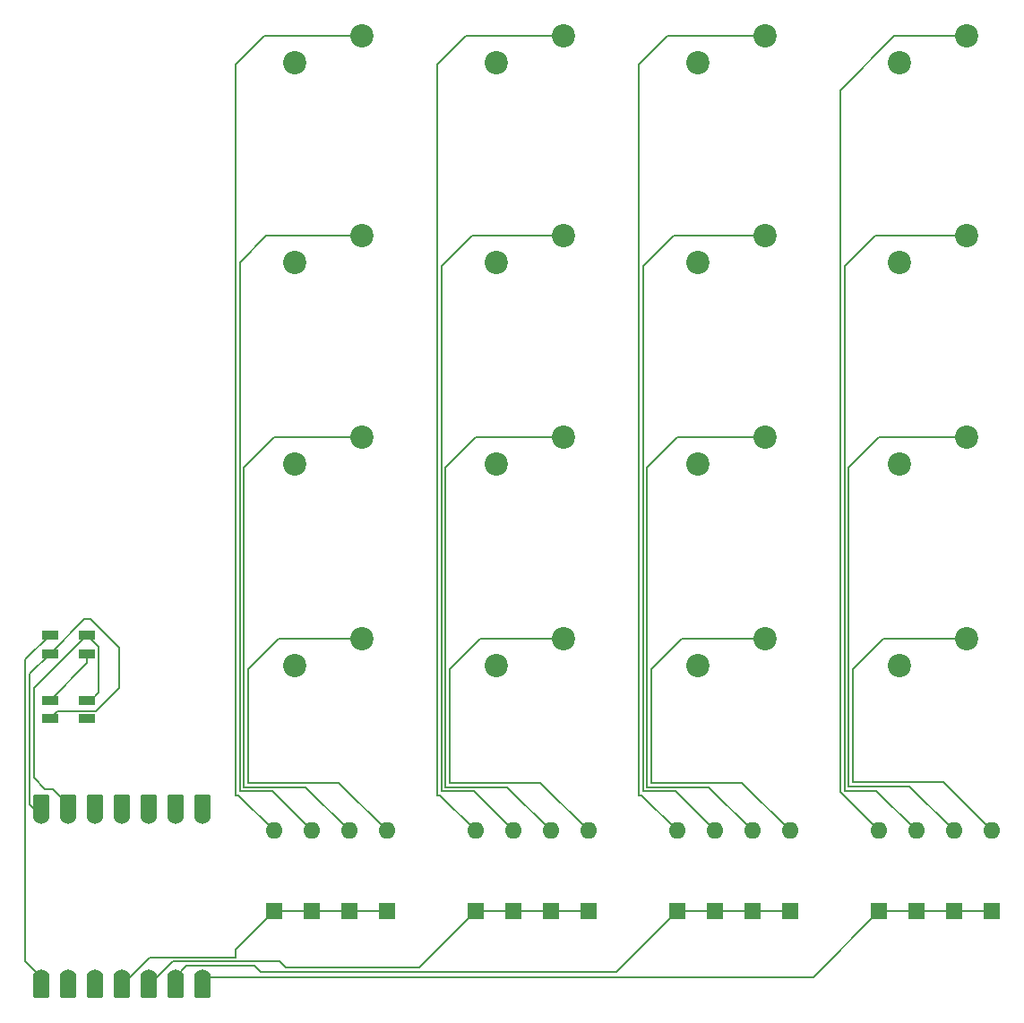
<source format=gbr>
%TF.GenerationSoftware,KiCad,Pcbnew,8.0.8*%
%TF.CreationDate,2025-02-17T14:53:19+01:00*%
%TF.ProjectId,macropad,6d616372-6f70-4616-942e-6b696361645f,rev?*%
%TF.SameCoordinates,Original*%
%TF.FileFunction,Copper,L1,Top*%
%TF.FilePolarity,Positive*%
%FSLAX46Y46*%
G04 Gerber Fmt 4.6, Leading zero omitted, Abs format (unit mm)*
G04 Created by KiCad (PCBNEW 8.0.8) date 2025-02-17 14:53:19*
%MOMM*%
%LPD*%
G01*
G04 APERTURE LIST*
G04 Aperture macros list*
%AMRoundRect*
0 Rectangle with rounded corners*
0 $1 Rounding radius*
0 $2 $3 $4 $5 $6 $7 $8 $9 X,Y pos of 4 corners*
0 Add a 4 corners polygon primitive as box body*
4,1,4,$2,$3,$4,$5,$6,$7,$8,$9,$2,$3,0*
0 Add four circle primitives for the rounded corners*
1,1,$1+$1,$2,$3*
1,1,$1+$1,$4,$5*
1,1,$1+$1,$6,$7*
1,1,$1+$1,$8,$9*
0 Add four rect primitives between the rounded corners*
20,1,$1+$1,$2,$3,$4,$5,0*
20,1,$1+$1,$4,$5,$6,$7,0*
20,1,$1+$1,$6,$7,$8,$9,0*
20,1,$1+$1,$8,$9,$2,$3,0*%
G04 Aperture macros list end*
%TA.AperFunction,ComponentPad*%
%ADD10C,2.200000*%
%TD*%
%TA.AperFunction,ComponentPad*%
%ADD11R,1.600000X1.600000*%
%TD*%
%TA.AperFunction,ComponentPad*%
%ADD12O,1.600000X1.600000*%
%TD*%
%TA.AperFunction,SMDPad,CuDef*%
%ADD13R,1.600000X0.850000*%
%TD*%
%TA.AperFunction,SMDPad,CuDef*%
%ADD14RoundRect,0.152400X-0.609600X1.063600X-0.609600X-1.063600X0.609600X-1.063600X0.609600X1.063600X0*%
%TD*%
%TA.AperFunction,ComponentPad*%
%ADD15C,1.524000*%
%TD*%
%TA.AperFunction,SMDPad,CuDef*%
%ADD16RoundRect,0.152400X0.609600X-1.063600X0.609600X1.063600X-0.609600X1.063600X-0.609600X-1.063600X0*%
%TD*%
%TA.AperFunction,Conductor*%
%ADD17C,0.200000*%
%TD*%
G04 APERTURE END LIST*
D10*
%TO.P,SW11,1,1*%
%TO.N,Net-(D13-A)*%
X204765000Y-66272500D03*
%TO.P,SW11,2,2*%
%TO.N,Collom3*%
X198415000Y-68812500D03*
%TD*%
D11*
%TO.P,D16,1,K*%
%TO.N,Row4*%
X219025000Y-111063750D03*
D12*
%TO.P,D16,2,A*%
%TO.N,Net-(D16-A)*%
X219025000Y-103443750D03*
%TD*%
D10*
%TO.P,SW5,1,1*%
%TO.N,Net-(D7-A)*%
X185715000Y-28317500D03*
%TO.P,SW5,2,2*%
%TO.N,Collom1*%
X179365000Y-30857500D03*
%TD*%
%TO.P,SW13,1,1*%
%TO.N,Net-(D15-A)*%
X223815000Y-28317500D03*
%TO.P,SW13,2,2*%
%TO.N,Collom1*%
X217465000Y-30857500D03*
%TD*%
%TO.P,SW10,1,1*%
%TO.N,Net-(D12-A)*%
X204765000Y-47222500D03*
%TO.P,SW10,2,2*%
%TO.N,Collom2*%
X198415000Y-49762500D03*
%TD*%
D13*
%TO.P,D2,1,DOUT*%
%TO.N,unconnected-(D2-DOUT-Pad1)*%
X140656250Y-92860000D03*
%TO.P,D2,2,VSS*%
%TO.N,GND*%
X140656250Y-91110000D03*
%TO.P,D2,3,DIN*%
%TO.N,Net-(D1-DOUT)*%
X137156250Y-91110000D03*
%TO.P,D2,4,VDD*%
%TO.N,+5V*%
X137156250Y-92860000D03*
%TD*%
%TO.P,D1,1,DOUT*%
%TO.N,Net-(D1-DOUT)*%
X140656250Y-86697500D03*
%TO.P,D1,2,VSS*%
%TO.N,GND*%
X140656250Y-84947500D03*
%TO.P,D1,3,DIN*%
%TO.N,Net-(D1-DIN)*%
X137156250Y-84947500D03*
%TO.P,D1,4,VDD*%
%TO.N,+5V*%
X137156250Y-86697500D03*
%TD*%
D10*
%TO.P,SW12,1,1*%
%TO.N,Net-(D14-A)*%
X204765000Y-85322500D03*
%TO.P,SW12,2,2*%
%TO.N,Collom4*%
X198415000Y-87862500D03*
%TD*%
D11*
%TO.P,D7,1,K*%
%TO.N,Row2*%
X177375000Y-111063750D03*
D12*
%TO.P,D7,2,A*%
%TO.N,Net-(D7-A)*%
X177375000Y-103443750D03*
%TD*%
D11*
%TO.P,D12,1,K*%
%TO.N,Row3*%
X199975000Y-111063750D03*
D12*
%TO.P,D12,2,A*%
%TO.N,Net-(D12-A)*%
X199975000Y-103443750D03*
%TD*%
D11*
%TO.P,D11,1,K*%
%TO.N,Row3*%
X196425000Y-111063750D03*
D12*
%TO.P,D11,2,A*%
%TO.N,Net-(D11-A)*%
X196425000Y-103443750D03*
%TD*%
D11*
%TO.P,D8,1,K*%
%TO.N,Row2*%
X180925000Y-111063750D03*
D12*
%TO.P,D8,2,A*%
%TO.N,Net-(D8-A)*%
X180925000Y-103443750D03*
%TD*%
D11*
%TO.P,D6,1,K*%
%TO.N,Row1*%
X168975000Y-111063750D03*
D12*
%TO.P,D6,2,A*%
%TO.N,Net-(D6-A)*%
X168975000Y-103443750D03*
%TD*%
D10*
%TO.P,SW16,1,1*%
%TO.N,Net-(D18-A)*%
X223815000Y-85322500D03*
%TO.P,SW16,2,2*%
%TO.N,Collom4*%
X217465000Y-87862500D03*
%TD*%
%TO.P,SW8,1,1*%
%TO.N,Net-(D10-A)*%
X185715000Y-85322500D03*
%TO.P,SW8,2,2*%
%TO.N,Collom4*%
X179365000Y-87862500D03*
%TD*%
D11*
%TO.P,D15,1,K*%
%TO.N,Row4*%
X215475000Y-111063750D03*
D12*
%TO.P,D15,2,A*%
%TO.N,Net-(D15-A)*%
X215475000Y-103443750D03*
%TD*%
D11*
%TO.P,D14,1,K*%
%TO.N,Row3*%
X207075000Y-111063750D03*
D12*
%TO.P,D14,2,A*%
%TO.N,Net-(D14-A)*%
X207075000Y-103443750D03*
%TD*%
D10*
%TO.P,SW4,1,1*%
%TO.N,Net-(D6-A)*%
X166665000Y-85322500D03*
%TO.P,SW4,2,2*%
%TO.N,Collom4*%
X160315000Y-87862500D03*
%TD*%
D11*
%TO.P,D10,1,K*%
%TO.N,Row2*%
X188025000Y-111063750D03*
D12*
%TO.P,D10,2,A*%
%TO.N,Net-(D10-A)*%
X188025000Y-103443750D03*
%TD*%
D11*
%TO.P,D18,1,K*%
%TO.N,Row4*%
X226125000Y-111063750D03*
D12*
%TO.P,D18,2,A*%
%TO.N,Net-(D18-A)*%
X226125000Y-103443750D03*
%TD*%
D10*
%TO.P,SW9,1,1*%
%TO.N,Net-(D11-A)*%
X204765000Y-28317500D03*
%TO.P,SW9,2,2*%
%TO.N,Collom1*%
X198415000Y-30857500D03*
%TD*%
D11*
%TO.P,D4,1,K*%
%TO.N,Row1*%
X161875000Y-111063750D03*
D12*
%TO.P,D4,2,A*%
%TO.N,Net-(D4-A)*%
X161875000Y-103443750D03*
%TD*%
D10*
%TO.P,SW15,1,1*%
%TO.N,Net-(D17-A)*%
X223815000Y-66272500D03*
%TO.P,SW15,2,2*%
%TO.N,Collom3*%
X217465000Y-68812500D03*
%TD*%
D11*
%TO.P,D9,1,K*%
%TO.N,Row2*%
X184475000Y-111063750D03*
D12*
%TO.P,D9,2,A*%
%TO.N,Net-(D9-A)*%
X184475000Y-103443750D03*
%TD*%
D10*
%TO.P,SW14,1,1*%
%TO.N,Net-(D16-A)*%
X223815000Y-47222500D03*
%TO.P,SW14,2,2*%
%TO.N,Collom2*%
X217465000Y-49762500D03*
%TD*%
D11*
%TO.P,D17,1,K*%
%TO.N,Row4*%
X222575000Y-111063750D03*
D12*
%TO.P,D17,2,A*%
%TO.N,Net-(D17-A)*%
X222575000Y-103443750D03*
%TD*%
D10*
%TO.P,SW2,1,1*%
%TO.N,Net-(D4-A)*%
X166665000Y-47222500D03*
%TO.P,SW2,2,2*%
%TO.N,Collom2*%
X160315000Y-49762500D03*
%TD*%
%TO.P,SW6,1,1*%
%TO.N,Net-(D8-A)*%
X185715000Y-47222500D03*
%TO.P,SW6,2,2*%
%TO.N,Collom2*%
X179365000Y-49762500D03*
%TD*%
D11*
%TO.P,D5,1,K*%
%TO.N,Row1*%
X165425000Y-111063750D03*
D12*
%TO.P,D5,2,A*%
%TO.N,Net-(D5-A)*%
X165425000Y-103443750D03*
%TD*%
D10*
%TO.P,SW1,1,1*%
%TO.N,Net-(D3-A)*%
X166665000Y-28317500D03*
%TO.P,SW1,2,2*%
%TO.N,Collom1*%
X160315000Y-30857500D03*
%TD*%
%TO.P,SW7,1,1*%
%TO.N,Net-(D9-A)*%
X185715000Y-66272500D03*
%TO.P,SW7,2,2*%
%TO.N,Collom3*%
X179365000Y-68812500D03*
%TD*%
D14*
%TO.P,U1,1,GPIO26/ADC0/A0*%
%TO.N,Net-(D1-DIN)*%
X136290275Y-118090000D03*
D15*
X136290275Y-117255000D03*
D14*
%TO.P,U1,2,GPIO27/ADC1/A1*%
%TO.N,unconnected-(U1-GPIO27{slash}ADC1{slash}A1-Pad2)*%
X138830275Y-118090000D03*
D15*
X138830275Y-117255000D03*
D14*
%TO.P,U1,3,GPIO28/ADC2/A2*%
%TO.N,unconnected-(U1-GPIO28{slash}ADC2{slash}A2-Pad3)*%
X141370275Y-118090000D03*
D15*
X141370275Y-117255000D03*
D14*
%TO.P,U1,4,GPIO29/ADC3/A3*%
%TO.N,Row1*%
X143910275Y-118090000D03*
D15*
X143910275Y-117255000D03*
D14*
%TO.P,U1,5,GPIO6/SDA*%
%TO.N,Row2*%
X146450275Y-118090000D03*
D15*
X146450275Y-117255000D03*
D14*
%TO.P,U1,6,GPIO7/SCL*%
%TO.N,Row3*%
X148990275Y-118090000D03*
D15*
X148990275Y-117255000D03*
D14*
%TO.P,U1,7,GPIO0/TX*%
%TO.N,Row4*%
X151530275Y-118090000D03*
D15*
X151530275Y-117255000D03*
%TO.P,U1,8,GPIO1/RX*%
%TO.N,Collom4*%
X151530275Y-102015000D03*
D16*
X151530275Y-101180000D03*
D15*
%TO.P,U1,9,GPIO2/SCK*%
%TO.N,Collom3*%
X148990275Y-102015000D03*
D16*
X148990275Y-101180000D03*
D15*
%TO.P,U1,10,GPIO4/MISO*%
%TO.N,Collom2*%
X146450275Y-102015000D03*
D16*
X146450275Y-101180000D03*
D15*
%TO.P,U1,11,GPIO3/MOSI*%
%TO.N,Collom1*%
X143910275Y-102015000D03*
D16*
X143910275Y-101180000D03*
D15*
%TO.P,U1,12,3V3*%
%TO.N,unconnected-(U1-3V3-Pad12)*%
X141370275Y-102015000D03*
D16*
X141370275Y-101180000D03*
D15*
%TO.P,U1,13,GND*%
%TO.N,GND*%
X138830275Y-102015000D03*
D16*
X138830275Y-101180000D03*
D15*
%TO.P,U1,14,VBUS*%
%TO.N,+5V*%
X136290275Y-102015000D03*
D16*
X136290275Y-101180000D03*
%TD*%
D10*
%TO.P,SW3,1,1*%
%TO.N,Net-(D5-A)*%
X166665000Y-66272500D03*
%TO.P,SW3,2,2*%
%TO.N,Collom3*%
X160315000Y-68812500D03*
%TD*%
D11*
%TO.P,D3,1,K*%
%TO.N,Row1*%
X158325000Y-111063750D03*
D12*
%TO.P,D3,2,A*%
%TO.N,Net-(D3-A)*%
X158325000Y-103443750D03*
%TD*%
D11*
%TO.P,D13,1,K*%
%TO.N,Row3*%
X203525000Y-111063750D03*
D12*
%TO.P,D13,2,A*%
%TO.N,Net-(D13-A)*%
X203525000Y-103443750D03*
%TD*%
D17*
%TO.N,+5V*%
X135237500Y-88616250D02*
X137156250Y-86697500D01*
X135237500Y-88616250D02*
X135237500Y-100962225D01*
X143668750Y-86135000D02*
X140975000Y-83441250D01*
X140412500Y-83441250D02*
X137156250Y-86697500D01*
X135237500Y-100962225D02*
X136290275Y-102015000D01*
X137156250Y-92860000D02*
X137881250Y-92135000D01*
X140975000Y-83441250D02*
X140412500Y-83441250D01*
X137881250Y-92135000D02*
X141456250Y-92135000D01*
X141456250Y-92135000D02*
X143668750Y-89922500D01*
X143668750Y-89922500D02*
X143668750Y-86135000D01*
%TO.N,Net-(D1-DOUT)*%
X140656250Y-86697500D02*
X140656250Y-87610000D01*
X140656250Y-87610000D02*
X137156250Y-91110000D01*
%TO.N,Net-(D1-DIN)*%
X134837500Y-87266250D02*
X134837500Y-115802225D01*
X134837500Y-115802225D02*
X136290275Y-117255000D01*
X137156250Y-84947500D02*
X134837500Y-87266250D01*
%TO.N,GND*%
X136690275Y-99503339D02*
X137396244Y-99503339D01*
X137396244Y-99503339D02*
X138830275Y-100937370D01*
X140656250Y-84947500D02*
X135637500Y-89966250D01*
X141756250Y-86047500D02*
X140656250Y-84947500D01*
X135637500Y-89966250D02*
X135637500Y-98450564D01*
X138830275Y-100937370D02*
X138830275Y-102015000D01*
X141031250Y-91110000D02*
X141756250Y-90385000D01*
X140656250Y-91110000D02*
X141031250Y-91110000D01*
X141756250Y-90385000D02*
X141756250Y-86047500D01*
X135637500Y-98450564D02*
X136690275Y-99503339D01*
%TO.N,Row1*%
X158325000Y-111063750D02*
X154687500Y-114701250D01*
X158325000Y-111063750D02*
X161875000Y-111063750D01*
X154687500Y-114701250D02*
X154687500Y-115393000D01*
X154687500Y-115393000D02*
X146607275Y-115393000D01*
X146607275Y-115393000D02*
X143910275Y-118090000D01*
X161875000Y-111063750D02*
X165425000Y-111063750D01*
X165425000Y-111063750D02*
X168975000Y-111063750D01*
%TO.N,Net-(D3-A)*%
X166665000Y-28317500D02*
X157423750Y-28317500D01*
X157423750Y-28317500D02*
X154687500Y-31053750D01*
X154687500Y-31053750D02*
X154687500Y-100110000D01*
X154991250Y-100110000D02*
X158325000Y-103443750D01*
X154687500Y-100110000D02*
X154991250Y-100110000D01*
%TO.N,Net-(D4-A)*%
X155087500Y-99640564D02*
X155087500Y-49703750D01*
X155156936Y-99710000D02*
X155087500Y-99640564D01*
X161875000Y-103443750D02*
X158141250Y-99710000D01*
X155087500Y-49703750D02*
X157568750Y-47222500D01*
X157568750Y-47222500D02*
X166665000Y-47222500D01*
X158141250Y-99710000D02*
X155156936Y-99710000D01*
%TO.N,Net-(D5-A)*%
X155487500Y-69153750D02*
X158368750Y-66272500D01*
X165425000Y-103443750D02*
X161291250Y-99310000D01*
X155487500Y-99310000D02*
X155487500Y-69153750D01*
X158368750Y-66272500D02*
X166665000Y-66272500D01*
X161291250Y-99310000D02*
X155487500Y-99310000D01*
%TO.N,Net-(D6-A)*%
X166665000Y-85322500D02*
X158768750Y-85322500D01*
X158768750Y-85322500D02*
X155887500Y-88203750D01*
X155887500Y-88203750D02*
X155887500Y-98910000D01*
X155887500Y-98910000D02*
X164441250Y-98910000D01*
X164441250Y-98910000D02*
X168975000Y-103443750D01*
%TO.N,Net-(D7-A)*%
X173737500Y-31053750D02*
X176473750Y-28317500D01*
X173737500Y-100110000D02*
X173737500Y-31053750D01*
X176473750Y-28317500D02*
X185715000Y-28317500D01*
X174041250Y-100110000D02*
X173737500Y-100110000D01*
X177375000Y-103443750D02*
X174041250Y-100110000D01*
%TO.N,Row2*%
X159450000Y-116378750D02*
X158864250Y-115793000D01*
X180925000Y-111063750D02*
X177375000Y-111063750D01*
X158864250Y-115793000D02*
X148747275Y-115793000D01*
X184475000Y-111063750D02*
X180925000Y-111063750D01*
X177375000Y-111063750D02*
X172060000Y-116378750D01*
X188025000Y-111063750D02*
X184475000Y-111063750D01*
X172060000Y-116378750D02*
X159450000Y-116378750D01*
X148747275Y-115793000D02*
X146450275Y-118090000D01*
%TO.N,Net-(D8-A)*%
X177018750Y-47222500D02*
X174137500Y-50103750D01*
X174137500Y-50103750D02*
X174137500Y-99710000D01*
X177191250Y-99710000D02*
X180925000Y-103443750D01*
X185715000Y-47222500D02*
X177018750Y-47222500D01*
X174137500Y-99710000D02*
X177191250Y-99710000D01*
%TO.N,Net-(D9-A)*%
X174537500Y-69153750D02*
X174537500Y-99310000D01*
X177418750Y-66272500D02*
X174537500Y-69153750D01*
X185715000Y-66272500D02*
X177418750Y-66272500D01*
X174537500Y-99310000D02*
X180341250Y-99310000D01*
X180341250Y-99310000D02*
X184475000Y-103443750D01*
%TO.N,Net-(D10-A)*%
X174937500Y-98910000D02*
X183491250Y-98910000D01*
X183491250Y-98910000D02*
X188025000Y-103443750D01*
X174937500Y-88203750D02*
X174937500Y-98910000D01*
X185715000Y-85322500D02*
X177818750Y-85322500D01*
X177818750Y-85322500D02*
X174937500Y-88203750D01*
%TO.N,Net-(D11-A)*%
X193091250Y-100110000D02*
X196425000Y-103443750D01*
X195523750Y-28317500D02*
X192787500Y-31053750D01*
X204765000Y-28317500D02*
X195523750Y-28317500D01*
X192787500Y-100110000D02*
X193091250Y-100110000D01*
X192787500Y-31053750D02*
X192787500Y-100110000D01*
%TO.N,Row3*%
X190710000Y-116778750D02*
X157068750Y-116778750D01*
X157068750Y-116778750D02*
X156483000Y-116193000D01*
X199975000Y-111063750D02*
X196425000Y-111063750D01*
X203525000Y-111063750D02*
X199975000Y-111063750D01*
X150052275Y-116193000D02*
X148990275Y-117255000D01*
X196425000Y-111063750D02*
X190710000Y-116778750D01*
X156483000Y-116193000D02*
X150052275Y-116193000D01*
X207075000Y-111063750D02*
X203525000Y-111063750D01*
%TO.N,Net-(D12-A)*%
X193187500Y-99640564D02*
X193187500Y-50103750D01*
X193256936Y-99710000D02*
X193187500Y-99640564D01*
X199975000Y-103443750D02*
X196241250Y-99710000D01*
X193187500Y-50103750D02*
X196068750Y-47222500D01*
X196068750Y-47222500D02*
X204765000Y-47222500D01*
X196241250Y-99710000D02*
X193256936Y-99710000D01*
%TO.N,Net-(D13-A)*%
X204765000Y-66272500D02*
X196468750Y-66272500D01*
X199391250Y-99310000D02*
X203525000Y-103443750D01*
X193587500Y-99310000D02*
X199391250Y-99310000D01*
X193587500Y-69153750D02*
X193587500Y-99310000D01*
X196468750Y-66272500D02*
X193587500Y-69153750D01*
%TO.N,Net-(D14-A)*%
X204765000Y-85322500D02*
X196868750Y-85322500D01*
X193987500Y-88203750D02*
X193987500Y-98910000D01*
X202541250Y-98910000D02*
X207075000Y-103443750D01*
X193987500Y-98910000D02*
X202541250Y-98910000D01*
X196868750Y-85322500D02*
X193987500Y-88203750D01*
%TO.N,Net-(D15-A)*%
X216955000Y-28317500D02*
X223815000Y-28317500D01*
X211837500Y-33435000D02*
X216955000Y-28317500D01*
X211837500Y-99806250D02*
X211837500Y-33435000D01*
X215475000Y-103443750D02*
X211837500Y-99806250D01*
%TO.N,Row4*%
X215475000Y-111063750D02*
X219025000Y-111063750D01*
X209283750Y-117255000D02*
X151530275Y-117255000D01*
X215475000Y-111063750D02*
X209283750Y-117255000D01*
X222575000Y-111063750D02*
X226125000Y-111063750D01*
X219025000Y-111063750D02*
X222575000Y-111063750D01*
%TO.N,Net-(D16-A)*%
X215256532Y-99675282D02*
X219025000Y-103443750D01*
X215118750Y-47222500D02*
X212237500Y-50103750D01*
X212272218Y-99675282D02*
X215256532Y-99675282D01*
X223815000Y-47222500D02*
X215118750Y-47222500D01*
X212237500Y-99640564D02*
X212272218Y-99675282D01*
X212237500Y-50103750D02*
X212237500Y-99640564D01*
%TO.N,Net-(D17-A)*%
X223815000Y-66272500D02*
X215518750Y-66272500D01*
X218406532Y-99275282D02*
X222575000Y-103443750D01*
X215518750Y-66272500D02*
X212637500Y-69153750D01*
X212637500Y-99275282D02*
X218406532Y-99275282D01*
X212637500Y-69153750D02*
X212637500Y-99275282D01*
%TO.N,Net-(D18-A)*%
X223815000Y-85322500D02*
X215918750Y-85322500D01*
X215918750Y-85322500D02*
X213037500Y-88203750D01*
X213037500Y-98875282D02*
X221556532Y-98875282D01*
X221556532Y-98875282D02*
X226125000Y-103443750D01*
X213037500Y-88203750D02*
X213037500Y-98875282D01*
%TO.N,Collom2*%
X159666250Y-49762500D02*
X160315000Y-49762500D01*
%TD*%
M02*

</source>
